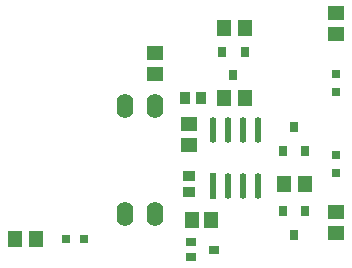
<source format=gtp>
%FSDAX24Y24*%
%MOIN*%
%SFA1B1*%

%IPPOS*%
%AMD15*
4,1,8,-0.011400,0.031200,-0.011400,-0.031200,0.000000,-0.042700,0.000000,-0.042700,0.011400,-0.031200,0.011400,0.031200,0.000000,0.042700,0.000000,0.042700,-0.011400,0.031200,0.0*
1,1,0.023000,0.000000,0.031200*
1,1,0.023000,0.000000,-0.031200*
1,1,0.023000,0.000000,-0.031200*
1,1,0.023000,0.000000,0.031200*
%
%ADD10R,0.053100X0.045300*%
%ADD11O,0.055100X0.082700*%
%ADD12R,0.039400X0.035400*%
%ADD13R,0.035400X0.039400*%
%ADD14R,0.022900X0.085400*%
G04~CAMADD=15~8~0.0~0.0~854.0~229.0~115.0~0.0~15~0.0~0.0~0.0~0.0~0~0.0~0.0~0.0~0.0~0~0.0~0.0~0.0~90.0~230.0~853.0*
%ADD15D15*%
%ADD16R,0.045300X0.053100*%
%ADD17R,0.031500X0.035400*%
%ADD18R,0.031500X0.031500*%
%ADD19R,0.051200X0.055100*%
%ADD20R,0.035400X0.027600*%
%ADD21R,0.031500X0.031500*%
%LNde-130624-1*%
%LPD*%
G54D10*
X059750Y023394D03*
Y022706D03*
X060900Y020356D03*
Y021044D03*
X065800Y024056D03*
Y024744D03*
Y018094D03*
Y017406D03*
G54D11*
X058750Y018059D03*
X059750D03*
X058750Y021641D03*
X059750D03*
G54D12*
X060900Y018769D03*
Y019300D03*
G54D13*
X061281Y021900D03*
X060750D03*
G54D14*
X061700Y018969D03*
G54D15*
X062200Y018969D03*
X062700D03*
X063200D03*
Y020831D03*
X062700D03*
X062200D03*
X061700D03*
G54D16*
X062744Y021900D03*
X062056D03*
Y024250D03*
X062744D03*
X064744Y019050D03*
X064056D03*
X055100Y017200D03*
X055789D03*
G54D17*
X062750Y023450D03*
X062002D03*
X062376Y022663D03*
X064026Y020151D03*
X064774D03*
X064400Y020938D03*
X064774Y018144D03*
X064026D03*
X064400Y017356D03*
G54D18*
X065800Y022105D03*
Y022695D03*
Y019995D03*
Y019405D03*
G54D19*
X060985Y017850D03*
X061615D03*
G54D20*
X060976Y017106D03*
Y016594D03*
X061724Y016850D03*
G54D21*
X057395Y017200D03*
X056805D03*
M02*
</source>
